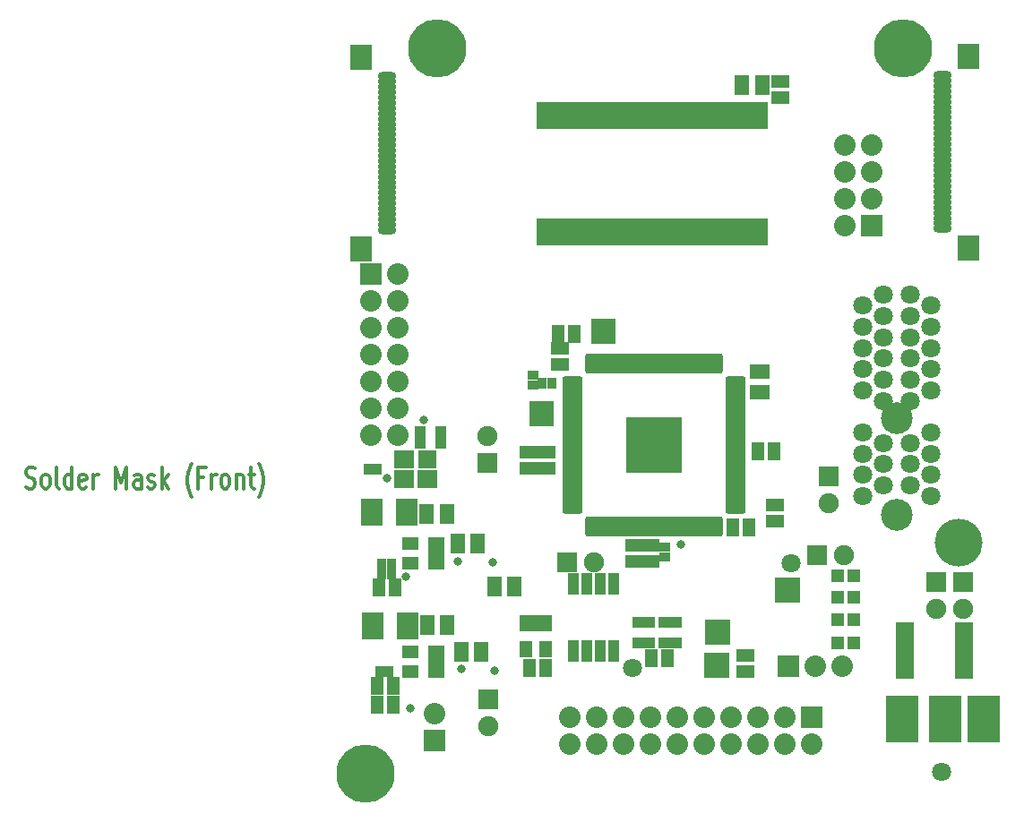
<source format=gts>
G04 (created by PCBNEW-RS274X (2012-01-19 BZR 3256)-stable) date Mon 15 Oct 2012 17:25:38 BST*
G01*
G70*
G90*
%MOIN*%
G04 Gerber Fmt 3.4, Leading zero omitted, Abs format*
%FSLAX34Y34*%
G04 APERTURE LIST*
%ADD10C,0.006000*%
%ADD11C,0.012000*%
%ADD12O,0.077100X0.027900*%
%ADD13O,0.027900X0.077100*%
%ADD14R,0.094800X0.094800*%
%ADD15R,0.080000X0.080000*%
%ADD16C,0.080000*%
%ADD17C,0.177500*%
%ADD18C,0.071200*%
%ADD19C,0.118400*%
%ADD20C,0.031600*%
%ADD21C,0.070900*%
%ADD22R,0.075000X0.075000*%
%ADD23C,0.075000*%
%ADD24R,0.051400X0.051400*%
%ADD25R,0.055000X0.075000*%
%ADD26R,0.075000X0.055000*%
%ADD27R,0.065000X0.045000*%
%ADD28R,0.045000X0.065000*%
%ADD29R,0.035700X0.043600*%
%ADD30R,0.043600X0.035700*%
%ADD31R,0.083000X0.094800*%
%ADD32O,0.069200X0.031800*%
%ADD33R,0.040000X0.079100*%
%ADD34R,0.047600X0.059400*%
%ADD35R,0.059400X0.047600*%
%ADD36R,0.118400X0.177500*%
%ADD37R,0.045600X0.031800*%
%ADD38R,0.031800X0.045600*%
%ADD39R,0.035700X0.039700*%
%ADD40R,0.043600X0.098700*%
%ADD41R,0.080000X0.100000*%
%ADD42R,0.070000X0.035000*%
%ADD43R,0.075100X0.067200*%
%ADD44R,0.071200X0.067200*%
%ADD45C,0.216900*%
%ADD46R,0.039700X0.035700*%
G04 APERTURE END LIST*
G54D10*
G54D11*
X07127Y-37038D02*
X07213Y-37076D01*
X07356Y-37076D01*
X07413Y-37038D01*
X07442Y-37000D01*
X07470Y-36923D01*
X07470Y-36847D01*
X07442Y-36771D01*
X07413Y-36733D01*
X07356Y-36695D01*
X07242Y-36657D01*
X07184Y-36619D01*
X07156Y-36581D01*
X07127Y-36504D01*
X07127Y-36428D01*
X07156Y-36352D01*
X07184Y-36314D01*
X07242Y-36276D01*
X07384Y-36276D01*
X07470Y-36314D01*
X07813Y-37076D02*
X07755Y-37038D01*
X07727Y-37000D01*
X07698Y-36923D01*
X07698Y-36695D01*
X07727Y-36619D01*
X07755Y-36581D01*
X07813Y-36542D01*
X07898Y-36542D01*
X07955Y-36581D01*
X07984Y-36619D01*
X08013Y-36695D01*
X08013Y-36923D01*
X07984Y-37000D01*
X07955Y-37038D01*
X07898Y-37076D01*
X07813Y-37076D01*
X08356Y-37076D02*
X08298Y-37038D01*
X08270Y-36962D01*
X08270Y-36276D01*
X08841Y-37076D02*
X08841Y-36276D01*
X08841Y-37038D02*
X08784Y-37076D01*
X08670Y-37076D01*
X08612Y-37038D01*
X08584Y-37000D01*
X08555Y-36923D01*
X08555Y-36695D01*
X08584Y-36619D01*
X08612Y-36581D01*
X08670Y-36542D01*
X08784Y-36542D01*
X08841Y-36581D01*
X09355Y-37038D02*
X09298Y-37076D01*
X09184Y-37076D01*
X09127Y-37038D01*
X09098Y-36962D01*
X09098Y-36657D01*
X09127Y-36581D01*
X09184Y-36542D01*
X09298Y-36542D01*
X09355Y-36581D01*
X09384Y-36657D01*
X09384Y-36733D01*
X09098Y-36809D01*
X09641Y-37076D02*
X09641Y-36542D01*
X09641Y-36695D02*
X09669Y-36619D01*
X09698Y-36581D01*
X09755Y-36542D01*
X09812Y-36542D01*
X10469Y-37076D02*
X10469Y-36276D01*
X10669Y-36847D01*
X10869Y-36276D01*
X10869Y-37076D01*
X11412Y-37076D02*
X11412Y-36657D01*
X11383Y-36581D01*
X11326Y-36542D01*
X11212Y-36542D01*
X11155Y-36581D01*
X11412Y-37038D02*
X11355Y-37076D01*
X11212Y-37076D01*
X11155Y-37038D01*
X11126Y-36962D01*
X11126Y-36885D01*
X11155Y-36809D01*
X11212Y-36771D01*
X11355Y-36771D01*
X11412Y-36733D01*
X11669Y-37038D02*
X11726Y-37076D01*
X11841Y-37076D01*
X11898Y-37038D01*
X11926Y-36962D01*
X11926Y-36923D01*
X11898Y-36847D01*
X11841Y-36809D01*
X11755Y-36809D01*
X11698Y-36771D01*
X11669Y-36695D01*
X11669Y-36657D01*
X11698Y-36581D01*
X11755Y-36542D01*
X11841Y-36542D01*
X11898Y-36581D01*
X12184Y-37076D02*
X12184Y-36276D01*
X12241Y-36771D02*
X12412Y-37076D01*
X12412Y-36542D02*
X12184Y-36847D01*
X13298Y-37381D02*
X13270Y-37342D01*
X13213Y-37228D01*
X13184Y-37152D01*
X13155Y-37038D01*
X13127Y-36847D01*
X13127Y-36695D01*
X13155Y-36504D01*
X13184Y-36390D01*
X13213Y-36314D01*
X13270Y-36200D01*
X13298Y-36162D01*
X13727Y-36657D02*
X13527Y-36657D01*
X13527Y-37076D02*
X13527Y-36276D01*
X13813Y-36276D01*
X14041Y-37076D02*
X14041Y-36542D01*
X14041Y-36695D02*
X14069Y-36619D01*
X14098Y-36581D01*
X14155Y-36542D01*
X14212Y-36542D01*
X14498Y-37076D02*
X14440Y-37038D01*
X14412Y-37000D01*
X14383Y-36923D01*
X14383Y-36695D01*
X14412Y-36619D01*
X14440Y-36581D01*
X14498Y-36542D01*
X14583Y-36542D01*
X14640Y-36581D01*
X14669Y-36619D01*
X14698Y-36695D01*
X14698Y-36923D01*
X14669Y-37000D01*
X14640Y-37038D01*
X14583Y-37076D01*
X14498Y-37076D01*
X14955Y-36542D02*
X14955Y-37076D01*
X14955Y-36619D02*
X14983Y-36581D01*
X15041Y-36542D01*
X15126Y-36542D01*
X15183Y-36581D01*
X15212Y-36657D01*
X15212Y-37076D01*
X15412Y-36542D02*
X15641Y-36542D01*
X15498Y-36276D02*
X15498Y-36962D01*
X15526Y-37038D01*
X15584Y-37076D01*
X15641Y-37076D01*
X15784Y-37381D02*
X15812Y-37342D01*
X15869Y-37228D01*
X15898Y-37152D01*
X15927Y-37038D01*
X15955Y-36847D01*
X15955Y-36695D01*
X15927Y-36504D01*
X15898Y-36390D01*
X15869Y-36314D01*
X15812Y-36200D01*
X15784Y-36162D01*
G54D12*
X27459Y-33010D03*
X27459Y-33168D03*
X27459Y-33325D03*
X27459Y-33482D03*
X27459Y-33640D03*
X27459Y-33797D03*
X27459Y-33955D03*
X27459Y-34112D03*
X27459Y-34270D03*
X27459Y-34427D03*
X27459Y-34585D03*
X27459Y-34742D03*
X27459Y-34900D03*
X27459Y-35057D03*
X27459Y-35215D03*
X27459Y-35372D03*
X27459Y-35530D03*
X27459Y-35687D03*
X27459Y-35845D03*
X27459Y-36002D03*
X27459Y-36160D03*
X27459Y-36317D03*
X27459Y-36475D03*
X27459Y-36632D03*
X27459Y-36790D03*
X27459Y-36947D03*
X27459Y-37105D03*
X27459Y-37262D03*
X27459Y-37420D03*
X27459Y-37577D03*
X27459Y-37734D03*
X27459Y-37892D03*
G54D13*
X28049Y-38482D03*
X28207Y-38482D03*
X28364Y-38482D03*
X28521Y-38482D03*
X28679Y-38482D03*
X28836Y-38482D03*
X28994Y-38482D03*
X29151Y-38482D03*
X29309Y-38482D03*
X29466Y-38482D03*
X29624Y-38482D03*
X29781Y-38482D03*
X29939Y-38482D03*
X30096Y-38482D03*
X30254Y-38482D03*
X30411Y-38482D03*
X30569Y-38482D03*
X30726Y-38482D03*
X30884Y-38482D03*
X31041Y-38482D03*
X31199Y-38482D03*
X31356Y-38482D03*
X31514Y-38482D03*
X31671Y-38482D03*
X31829Y-38482D03*
X31986Y-38482D03*
X32144Y-38482D03*
X32301Y-38482D03*
X32459Y-38482D03*
X32616Y-38482D03*
X32773Y-38482D03*
X32931Y-38482D03*
G54D12*
X33521Y-37892D03*
X33521Y-37734D03*
X33521Y-37577D03*
X33521Y-37420D03*
X33521Y-37262D03*
X33521Y-37105D03*
X33521Y-36947D03*
X33521Y-36790D03*
X33521Y-36632D03*
X33521Y-36475D03*
X33521Y-36317D03*
X33521Y-36160D03*
X33521Y-36002D03*
X33521Y-35845D03*
X33521Y-35687D03*
X33521Y-35530D03*
X33521Y-35372D03*
X33521Y-35215D03*
X33521Y-35057D03*
X33521Y-34900D03*
X33521Y-34742D03*
X33521Y-34585D03*
X33521Y-34427D03*
X33521Y-34270D03*
X33521Y-34112D03*
X33521Y-33955D03*
X33521Y-33797D03*
X33521Y-33640D03*
X33521Y-33482D03*
X33521Y-33325D03*
X33521Y-33168D03*
X33521Y-33010D03*
G54D13*
X32931Y-32420D03*
X32773Y-32420D03*
X32616Y-32420D03*
X32459Y-32420D03*
X32301Y-32420D03*
X32144Y-32420D03*
X31986Y-32420D03*
X31829Y-32420D03*
X31671Y-32420D03*
X31514Y-32420D03*
X31356Y-32420D03*
X31199Y-32420D03*
X31041Y-32420D03*
X30884Y-32420D03*
X30726Y-32420D03*
X30569Y-32420D03*
X30411Y-32420D03*
X30254Y-32420D03*
X30096Y-32420D03*
X29939Y-32420D03*
X29781Y-32420D03*
X29624Y-32420D03*
X29466Y-32420D03*
X29309Y-32420D03*
X29151Y-32420D03*
X28994Y-32420D03*
X28836Y-32420D03*
X28679Y-32420D03*
X28521Y-32420D03*
X28364Y-32420D03*
X28207Y-32420D03*
X28049Y-32420D03*
G54D14*
X30490Y-35451D03*
X29919Y-35451D03*
X30490Y-34880D03*
X31061Y-34880D03*
X29919Y-34880D03*
X29919Y-36022D03*
X30490Y-36022D03*
X31061Y-36022D03*
X31061Y-35451D03*
G54D15*
X19976Y-29083D03*
G54D16*
X20976Y-29083D03*
X19976Y-30083D03*
X20976Y-30083D03*
X19976Y-31083D03*
X20976Y-31083D03*
X19976Y-32083D03*
X20976Y-32083D03*
X19976Y-33083D03*
X20976Y-33083D03*
X19976Y-34083D03*
X20976Y-34083D03*
X19976Y-35083D03*
X20976Y-35083D03*
G54D17*
X41811Y-39094D03*
G54D18*
X40807Y-33416D03*
X40020Y-33022D03*
X40807Y-32628D03*
X40020Y-32235D03*
X40807Y-31841D03*
X40020Y-31447D03*
X40807Y-31054D03*
X40020Y-30660D03*
X40807Y-30266D03*
X40020Y-29872D03*
X40020Y-33810D03*
G54D19*
X39528Y-34459D03*
G54D18*
X40808Y-34991D03*
X40020Y-35385D03*
X40808Y-35778D03*
X40020Y-36172D03*
X40808Y-36566D03*
X40020Y-36959D03*
X40808Y-37353D03*
X39036Y-29873D03*
X38249Y-30266D03*
X39036Y-30660D03*
X38249Y-31054D03*
X39036Y-31447D03*
X38249Y-31841D03*
X39036Y-32235D03*
X38249Y-32629D03*
X39036Y-33022D03*
X38249Y-33416D03*
X39036Y-33810D03*
X38249Y-34991D03*
X39036Y-35385D03*
X38249Y-35778D03*
X39036Y-36172D03*
X38249Y-36566D03*
X39036Y-36959D03*
X38249Y-37353D03*
G54D19*
X39528Y-38062D03*
G54D20*
X21929Y-34516D03*
G54D21*
X29685Y-43750D03*
X35591Y-39843D03*
G54D22*
X40994Y-40573D03*
G54D23*
X40994Y-41573D03*
G54D24*
X37333Y-42825D03*
X37923Y-42825D03*
X37333Y-41969D03*
X37923Y-41969D03*
X37333Y-41132D03*
X37923Y-41132D03*
X37333Y-40335D03*
X37923Y-40335D03*
G54D20*
X31496Y-39173D03*
X20571Y-36683D03*
G54D25*
X33763Y-22051D03*
X34513Y-22051D03*
G54D26*
X34419Y-33475D03*
X34419Y-32725D03*
G54D25*
X25296Y-40709D03*
X24546Y-40709D03*
X23326Y-43159D03*
X24076Y-43159D03*
X22796Y-42146D03*
X22046Y-42146D03*
X23184Y-39130D03*
X23934Y-39130D03*
X22788Y-38024D03*
X22038Y-38024D03*
G54D27*
X26988Y-32456D03*
X26988Y-31856D03*
X29774Y-39198D03*
X29774Y-39798D03*
G54D28*
X33430Y-38533D03*
X34030Y-38533D03*
G54D27*
X26506Y-36324D03*
X26506Y-35724D03*
G54D28*
X34956Y-35699D03*
X34356Y-35699D03*
G54D27*
X33902Y-43275D03*
X33902Y-43875D03*
X35000Y-37682D03*
X35000Y-38282D03*
X35189Y-21940D03*
X35189Y-22540D03*
X25827Y-36324D03*
X25827Y-35724D03*
G54D28*
X27534Y-31309D03*
X26934Y-31309D03*
X30379Y-43386D03*
X30979Y-43386D03*
X20255Y-40759D03*
X20855Y-40759D03*
X20182Y-44409D03*
X20782Y-44409D03*
G54D29*
X26693Y-33169D03*
X26339Y-33169D03*
X20724Y-39892D03*
X20370Y-39892D03*
X20366Y-40274D03*
X20720Y-40274D03*
X20640Y-43907D03*
X20286Y-43907D03*
X19847Y-36366D03*
X20201Y-36366D03*
G54D30*
X30896Y-39262D03*
X30896Y-39616D03*
X25980Y-32854D03*
X25980Y-33208D03*
G54D31*
X19590Y-21028D03*
X19590Y-28154D03*
G54D32*
X20554Y-27446D03*
X20554Y-27250D03*
X20554Y-27053D03*
X20554Y-26856D03*
X20554Y-26659D03*
X20554Y-26462D03*
X20554Y-26265D03*
X20554Y-26068D03*
X20554Y-25872D03*
X20554Y-25675D03*
X20554Y-25478D03*
X20554Y-25281D03*
X20554Y-25084D03*
X20554Y-24887D03*
X20555Y-24689D03*
X20554Y-24494D03*
X20554Y-24297D03*
X20554Y-24100D03*
X20554Y-23706D03*
X20554Y-23312D03*
X20554Y-22919D03*
X20554Y-23116D03*
X20554Y-23509D03*
X20554Y-23903D03*
X20554Y-22722D03*
X20554Y-22525D03*
X20554Y-22328D03*
X20554Y-22131D03*
X20554Y-21935D03*
X20554Y-21736D03*
G54D31*
X42186Y-28114D03*
X42186Y-20988D03*
G54D32*
X41222Y-21696D03*
X41222Y-21892D03*
X41222Y-22089D03*
X41222Y-22286D03*
X41222Y-22483D03*
X41222Y-22680D03*
X41222Y-22877D03*
X41222Y-23074D03*
X41222Y-23270D03*
X41222Y-23467D03*
X41222Y-23664D03*
X41222Y-23861D03*
X41222Y-24058D03*
X41222Y-24255D03*
X41221Y-24453D03*
X41222Y-24648D03*
X41222Y-24845D03*
X41222Y-25042D03*
X41222Y-25436D03*
X41222Y-25830D03*
X41222Y-26223D03*
X41222Y-26026D03*
X41222Y-25633D03*
X41222Y-25239D03*
X41222Y-26420D03*
X41222Y-26617D03*
X41222Y-26814D03*
X41222Y-27011D03*
X41222Y-27207D03*
X41222Y-27406D03*
G54D33*
X28978Y-43110D03*
X28478Y-43110D03*
X27978Y-43110D03*
X27478Y-43110D03*
X27478Y-40610D03*
X27978Y-40610D03*
X28478Y-40610D03*
X28978Y-40610D03*
G54D27*
X30354Y-39198D03*
X30354Y-39798D03*
G54D20*
X23327Y-43789D03*
X24547Y-43848D03*
X21427Y-45266D03*
X23189Y-39793D03*
X24478Y-39823D03*
X21270Y-40344D03*
G54D34*
X26094Y-42098D03*
X26468Y-42098D03*
X25720Y-42098D03*
X25720Y-43043D03*
X26468Y-43043D03*
G54D35*
X22386Y-43533D03*
X22386Y-43907D03*
X22386Y-43159D03*
X21441Y-43159D03*
X21441Y-43907D03*
X22386Y-39499D03*
X22386Y-39873D03*
X22386Y-39125D03*
X21441Y-39125D03*
X21441Y-39873D03*
G54D28*
X20182Y-45108D03*
X20782Y-45108D03*
G54D15*
X36346Y-45577D03*
G54D16*
X36346Y-46577D03*
X35346Y-45577D03*
X35346Y-46577D03*
X34346Y-45577D03*
X34346Y-46577D03*
X33346Y-45577D03*
X33346Y-46577D03*
X32346Y-45577D03*
X32346Y-46577D03*
X31346Y-45577D03*
X31346Y-46577D03*
X30346Y-45577D03*
X30346Y-46577D03*
X29346Y-45577D03*
X29346Y-46577D03*
X28346Y-45577D03*
X28346Y-46577D03*
X27346Y-45577D03*
X27346Y-46577D03*
G54D15*
X22343Y-46445D03*
G54D16*
X22343Y-45445D03*
G54D36*
X39720Y-45642D03*
X41334Y-45642D03*
X42751Y-45642D03*
G54D18*
X41196Y-47611D03*
G54D37*
X32630Y-42126D03*
X32630Y-42323D03*
X32630Y-42520D03*
X32630Y-42717D03*
X33083Y-42717D03*
X33083Y-42520D03*
X33083Y-42323D03*
X33083Y-42126D03*
G54D38*
X33120Y-43424D03*
X32923Y-43424D03*
X32726Y-43424D03*
X32529Y-43424D03*
X32529Y-43877D03*
X32726Y-43877D03*
X32923Y-43877D03*
X33120Y-43877D03*
X28907Y-31002D03*
X28710Y-31002D03*
X28513Y-31002D03*
X28316Y-31002D03*
X28316Y-31455D03*
X28513Y-31455D03*
X28710Y-31455D03*
X28907Y-31455D03*
G54D37*
X26543Y-34590D03*
X26543Y-34393D03*
X26543Y-34196D03*
X26543Y-33999D03*
X26090Y-33999D03*
X26090Y-34196D03*
X26090Y-34393D03*
X26090Y-34590D03*
G54D39*
X31094Y-42815D03*
X30838Y-42815D03*
X31350Y-42815D03*
X31350Y-42067D03*
X31094Y-42067D03*
X30838Y-42067D03*
X30118Y-42815D03*
X29862Y-42815D03*
X30374Y-42815D03*
X30374Y-42067D03*
X30118Y-42067D03*
X29862Y-42067D03*
G54D40*
X34517Y-23199D03*
X34202Y-23199D03*
X33887Y-23199D03*
X33572Y-23199D03*
X33257Y-23199D03*
X32942Y-23199D03*
X32627Y-23199D03*
X32312Y-23199D03*
X31997Y-23199D03*
X31682Y-23199D03*
X31367Y-23199D03*
X31052Y-23199D03*
X30737Y-23199D03*
X30423Y-23199D03*
X30108Y-23199D03*
X29793Y-23199D03*
X29478Y-23199D03*
X29163Y-23199D03*
X28848Y-23199D03*
X28533Y-23199D03*
X28218Y-23199D03*
X27903Y-23199D03*
X27588Y-23199D03*
X27273Y-23199D03*
X26958Y-23199D03*
X26643Y-23199D03*
X26328Y-23199D03*
X26328Y-27530D03*
X26643Y-27530D03*
X26958Y-27530D03*
X27273Y-27530D03*
X27588Y-27530D03*
X27903Y-27530D03*
X28218Y-27530D03*
X28533Y-27530D03*
X28848Y-27530D03*
X29163Y-27530D03*
X29478Y-27530D03*
X29793Y-27530D03*
X30108Y-27530D03*
X30423Y-27530D03*
X30737Y-27530D03*
X31052Y-27530D03*
X31367Y-27530D03*
X31682Y-27530D03*
X31997Y-27530D03*
X32312Y-27530D03*
X32627Y-27530D03*
X32942Y-27530D03*
X33257Y-27530D03*
X33572Y-27530D03*
X33887Y-27530D03*
X34202Y-27530D03*
X34517Y-27530D03*
G54D37*
X35235Y-40561D03*
X35235Y-40758D03*
X35235Y-40955D03*
X35235Y-41152D03*
X35688Y-41152D03*
X35688Y-40955D03*
X35688Y-40758D03*
X35688Y-40561D03*
G54D22*
X37008Y-36616D03*
G54D23*
X37008Y-37616D03*
G54D22*
X41988Y-40573D03*
G54D23*
X41988Y-41573D03*
G54D28*
X26461Y-43760D03*
X25861Y-43760D03*
G54D41*
X20000Y-37953D03*
X21300Y-37953D03*
X20039Y-42175D03*
X21339Y-42175D03*
G54D42*
X42031Y-44006D03*
X42031Y-43750D03*
X42031Y-43494D03*
X42031Y-43238D03*
X42031Y-42982D03*
X42031Y-42726D03*
X42031Y-42470D03*
X42031Y-42214D03*
X39827Y-42214D03*
X39827Y-42470D03*
X39827Y-42726D03*
X39827Y-42982D03*
X39827Y-43238D03*
X39827Y-43494D03*
X39827Y-43750D03*
X39827Y-44006D03*
G54D15*
X38594Y-27280D03*
G54D16*
X37594Y-27280D03*
X38594Y-26280D03*
X37594Y-26280D03*
X38594Y-25280D03*
X37594Y-25280D03*
X38594Y-24280D03*
X37594Y-24280D03*
G54D15*
X35486Y-43681D03*
G54D16*
X36486Y-43681D03*
X37486Y-43681D03*
G54D22*
X24311Y-44923D03*
G54D23*
X24311Y-45923D03*
G54D22*
X27266Y-39823D03*
G54D23*
X28266Y-39823D03*
G54D43*
X21201Y-36732D03*
X22067Y-36732D03*
G54D44*
X22067Y-35984D03*
G54D43*
X21201Y-35984D03*
G54D45*
X22417Y-20685D03*
X39752Y-20685D03*
X19776Y-47677D03*
G54D22*
X36557Y-39547D03*
G54D23*
X37557Y-39547D03*
G54D22*
X24301Y-36110D03*
G54D23*
X24301Y-35110D03*
G54D46*
X21803Y-35177D03*
X21803Y-34921D03*
X21803Y-35433D03*
X22551Y-35433D03*
X22551Y-35177D03*
X22551Y-34921D03*
M02*

</source>
